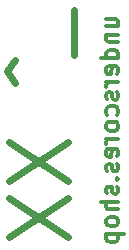
<source format=gbr>
G04 #@! TF.GenerationSoftware,KiCad,Pcbnew,(5.1.4-0-10_14)*
G04 #@! TF.CreationDate,2021-06-29T14:40:44+12:00*
G04 #@! TF.ProjectId,two_point_one_colorizer,74776f5f-706f-4696-9e74-5f6f6e655f63,rev?*
G04 #@! TF.SameCoordinates,Original*
G04 #@! TF.FileFunction,Legend,Bot*
G04 #@! TF.FilePolarity,Positive*
%FSLAX46Y46*%
G04 Gerber Fmt 4.6, Leading zero omitted, Abs format (unit mm)*
G04 Created by KiCad (PCBNEW (5.1.4-0-10_14)) date 2021-06-29 14:40:44*
%MOMM*%
%LPD*%
G04 APERTURE LIST*
%ADD10C,0.600000*%
%ADD11C,0.300000*%
G04 APERTURE END LIST*
D10*
X199738095Y-94800000D02*
X199738095Y-98609523D01*
X194738095Y-99085714D02*
X194023809Y-100038095D01*
X194738095Y-100990476D01*
X194261904Y-105990476D02*
X199261904Y-109323809D01*
X194261904Y-109323809D02*
X199261904Y-105990476D01*
X194261904Y-110752380D02*
X199261904Y-114085714D01*
X194261904Y-114085714D02*
X199261904Y-110752380D01*
D11*
X202478571Y-96214285D02*
X203478571Y-96214285D01*
X202478571Y-95571428D02*
X203264285Y-95571428D01*
X203407142Y-95642857D01*
X203478571Y-95785714D01*
X203478571Y-96000000D01*
X203407142Y-96142857D01*
X203335714Y-96214285D01*
X202478571Y-96928571D02*
X203478571Y-96928571D01*
X202621428Y-96928571D02*
X202550000Y-97000000D01*
X202478571Y-97142857D01*
X202478571Y-97357142D01*
X202550000Y-97500000D01*
X202692857Y-97571428D01*
X203478571Y-97571428D01*
X203478571Y-98928571D02*
X201978571Y-98928571D01*
X203407142Y-98928571D02*
X203478571Y-98785714D01*
X203478571Y-98500000D01*
X203407142Y-98357142D01*
X203335714Y-98285714D01*
X203192857Y-98214285D01*
X202764285Y-98214285D01*
X202621428Y-98285714D01*
X202550000Y-98357142D01*
X202478571Y-98500000D01*
X202478571Y-98785714D01*
X202550000Y-98928571D01*
X203407142Y-100214285D02*
X203478571Y-100071428D01*
X203478571Y-99785714D01*
X203407142Y-99642857D01*
X203264285Y-99571428D01*
X202692857Y-99571428D01*
X202550000Y-99642857D01*
X202478571Y-99785714D01*
X202478571Y-100071428D01*
X202550000Y-100214285D01*
X202692857Y-100285714D01*
X202835714Y-100285714D01*
X202978571Y-99571428D01*
X203478571Y-100928571D02*
X202478571Y-100928571D01*
X202764285Y-100928571D02*
X202621428Y-101000000D01*
X202550000Y-101071428D01*
X202478571Y-101214285D01*
X202478571Y-101357142D01*
X203407142Y-101785714D02*
X203478571Y-101928571D01*
X203478571Y-102214285D01*
X203407142Y-102357142D01*
X203264285Y-102428571D01*
X203192857Y-102428571D01*
X203050000Y-102357142D01*
X202978571Y-102214285D01*
X202978571Y-102000000D01*
X202907142Y-101857142D01*
X202764285Y-101785714D01*
X202692857Y-101785714D01*
X202550000Y-101857142D01*
X202478571Y-102000000D01*
X202478571Y-102214285D01*
X202550000Y-102357142D01*
X203407142Y-103714285D02*
X203478571Y-103571428D01*
X203478571Y-103285714D01*
X203407142Y-103142857D01*
X203335714Y-103071428D01*
X203192857Y-103000000D01*
X202764285Y-103000000D01*
X202621428Y-103071428D01*
X202550000Y-103142857D01*
X202478571Y-103285714D01*
X202478571Y-103571428D01*
X202550000Y-103714285D01*
X203478571Y-104571428D02*
X203407142Y-104428571D01*
X203335714Y-104357142D01*
X203192857Y-104285714D01*
X202764285Y-104285714D01*
X202621428Y-104357142D01*
X202550000Y-104428571D01*
X202478571Y-104571428D01*
X202478571Y-104785714D01*
X202550000Y-104928571D01*
X202621428Y-105000000D01*
X202764285Y-105071428D01*
X203192857Y-105071428D01*
X203335714Y-105000000D01*
X203407142Y-104928571D01*
X203478571Y-104785714D01*
X203478571Y-104571428D01*
X203478571Y-105714285D02*
X202478571Y-105714285D01*
X202764285Y-105714285D02*
X202621428Y-105785714D01*
X202550000Y-105857142D01*
X202478571Y-106000000D01*
X202478571Y-106142857D01*
X203407142Y-107214285D02*
X203478571Y-107071428D01*
X203478571Y-106785714D01*
X203407142Y-106642857D01*
X203264285Y-106571428D01*
X202692857Y-106571428D01*
X202550000Y-106642857D01*
X202478571Y-106785714D01*
X202478571Y-107071428D01*
X202550000Y-107214285D01*
X202692857Y-107285714D01*
X202835714Y-107285714D01*
X202978571Y-106571428D01*
X203407142Y-107857142D02*
X203478571Y-108000000D01*
X203478571Y-108285714D01*
X203407142Y-108428571D01*
X203264285Y-108500000D01*
X203192857Y-108500000D01*
X203050000Y-108428571D01*
X202978571Y-108285714D01*
X202978571Y-108071428D01*
X202907142Y-107928571D01*
X202764285Y-107857142D01*
X202692857Y-107857142D01*
X202550000Y-107928571D01*
X202478571Y-108071428D01*
X202478571Y-108285714D01*
X202550000Y-108428571D01*
X203335714Y-109142857D02*
X203407142Y-109214285D01*
X203478571Y-109142857D01*
X203407142Y-109071428D01*
X203335714Y-109142857D01*
X203478571Y-109142857D01*
X203407142Y-109785714D02*
X203478571Y-109928571D01*
X203478571Y-110214285D01*
X203407142Y-110357142D01*
X203264285Y-110428571D01*
X203192857Y-110428571D01*
X203050000Y-110357142D01*
X202978571Y-110214285D01*
X202978571Y-110000000D01*
X202907142Y-109857142D01*
X202764285Y-109785714D01*
X202692857Y-109785714D01*
X202550000Y-109857142D01*
X202478571Y-110000000D01*
X202478571Y-110214285D01*
X202550000Y-110357142D01*
X203478571Y-111071428D02*
X201978571Y-111071428D01*
X203478571Y-111714285D02*
X202692857Y-111714285D01*
X202550000Y-111642857D01*
X202478571Y-111500000D01*
X202478571Y-111285714D01*
X202550000Y-111142857D01*
X202621428Y-111071428D01*
X203478571Y-112642857D02*
X203407142Y-112500000D01*
X203335714Y-112428571D01*
X203192857Y-112357142D01*
X202764285Y-112357142D01*
X202621428Y-112428571D01*
X202550000Y-112500000D01*
X202478571Y-112642857D01*
X202478571Y-112857142D01*
X202550000Y-113000000D01*
X202621428Y-113071428D01*
X202764285Y-113142857D01*
X203192857Y-113142857D01*
X203335714Y-113071428D01*
X203407142Y-113000000D01*
X203478571Y-112857142D01*
X203478571Y-112642857D01*
X202478571Y-113785714D02*
X203978571Y-113785714D01*
X202550000Y-113785714D02*
X202478571Y-113928571D01*
X202478571Y-114214285D01*
X202550000Y-114357142D01*
X202621428Y-114428571D01*
X202764285Y-114500000D01*
X203192857Y-114500000D01*
X203335714Y-114428571D01*
X203407142Y-114357142D01*
X203478571Y-114214285D01*
X203478571Y-113928571D01*
X203407142Y-113785714D01*
M02*

</source>
